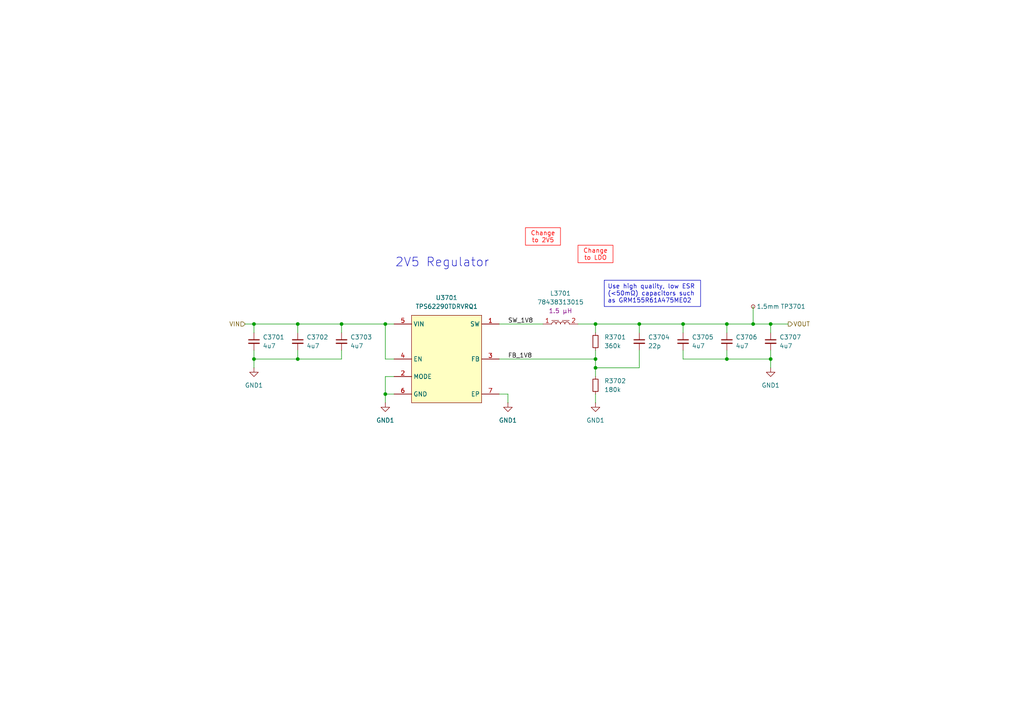
<source format=kicad_sch>
(kicad_sch
	(version 20250114)
	(generator "eeschema")
	(generator_version "9.0")
	(uuid "f18fc87d-cbc7-4ed0-9079-b77cd4454c05")
	(paper "A4")
	(lib_symbols
		(symbol "Connector:TestPoint_Small"
			(pin_numbers
				(hide yes)
			)
			(pin_names
				(offset 0.762)
				(hide yes)
			)
			(exclude_from_sim no)
			(in_bom yes)
			(on_board yes)
			(property "Reference" "TP"
				(at 0 3.81 0)
				(effects
					(font
						(size 1.27 1.27)
					)
				)
			)
			(property "Value" "TestPoint_Small"
				(at 0 2.032 0)
				(effects
					(font
						(size 1.27 1.27)
					)
				)
			)
			(property "Footprint" ""
				(at 5.08 0 0)
				(effects
					(font
						(size 1.27 1.27)
					)
					(hide yes)
				)
			)
			(property "Datasheet" "~"
				(at 5.08 0 0)
				(effects
					(font
						(size 1.27 1.27)
					)
					(hide yes)
				)
			)
			(property "Description" "test point"
				(at 0 0 0)
				(effects
					(font
						(size 1.27 1.27)
					)
					(hide yes)
				)
			)
			(property "ki_keywords" "test point tp"
				(at 0 0 0)
				(effects
					(font
						(size 1.27 1.27)
					)
					(hide yes)
				)
			)
			(property "ki_fp_filters" "Pin* Test*"
				(at 0 0 0)
				(effects
					(font
						(size 1.27 1.27)
					)
					(hide yes)
				)
			)
			(symbol "TestPoint_Small_0_1"
				(circle
					(center 0 0)
					(radius 0.508)
					(stroke
						(width 0)
						(type default)
					)
					(fill
						(type none)
					)
				)
			)
			(symbol "TestPoint_Small_1_1"
				(pin passive line
					(at 0 0 90)
					(length 0)
					(name "1"
						(effects
							(font
								(size 1.27 1.27)
							)
						)
					)
					(number "1"
						(effects
							(font
								(size 1.27 1.27)
							)
						)
					)
				)
			)
			(embedded_fonts no)
		)
		(symbol "Device:C_Small"
			(pin_numbers
				(hide yes)
			)
			(pin_names
				(offset 0.254)
				(hide yes)
			)
			(exclude_from_sim no)
			(in_bom yes)
			(on_board yes)
			(property "Reference" "C"
				(at 0.254 1.778 0)
				(effects
					(font
						(size 1.27 1.27)
					)
					(justify left)
				)
			)
			(property "Value" "C_Small"
				(at 0.254 -2.032 0)
				(effects
					(font
						(size 1.27 1.27)
					)
					(justify left)
				)
			)
			(property "Footprint" ""
				(at 0 0 0)
				(effects
					(font
						(size 1.27 1.27)
					)
					(hide yes)
				)
			)
			(property "Datasheet" "~"
				(at 0 0 0)
				(effects
					(font
						(size 1.27 1.27)
					)
					(hide yes)
				)
			)
			(property "Description" "Unpolarized capacitor, small symbol"
				(at 0 0 0)
				(effects
					(font
						(size 1.27 1.27)
					)
					(hide yes)
				)
			)
			(property "ki_keywords" "capacitor cap"
				(at 0 0 0)
				(effects
					(font
						(size 1.27 1.27)
					)
					(hide yes)
				)
			)
			(property "ki_fp_filters" "C_*"
				(at 0 0 0)
				(effects
					(font
						(size 1.27 1.27)
					)
					(hide yes)
				)
			)
			(symbol "C_Small_0_1"
				(polyline
					(pts
						(xy -1.524 0.508) (xy 1.524 0.508)
					)
					(stroke
						(width 0.3048)
						(type default)
					)
					(fill
						(type none)
					)
				)
				(polyline
					(pts
						(xy -1.524 -0.508) (xy 1.524 -0.508)
					)
					(stroke
						(width 0.3302)
						(type default)
					)
					(fill
						(type none)
					)
				)
			)
			(symbol "C_Small_1_1"
				(pin passive line
					(at 0 2.54 270)
					(length 2.032)
					(name "~"
						(effects
							(font
								(size 1.27 1.27)
							)
						)
					)
					(number "1"
						(effects
							(font
								(size 1.27 1.27)
							)
						)
					)
				)
				(pin passive line
					(at 0 -2.54 90)
					(length 2.032)
					(name "~"
						(effects
							(font
								(size 1.27 1.27)
							)
						)
					)
					(number "2"
						(effects
							(font
								(size 1.27 1.27)
							)
						)
					)
				)
			)
			(embedded_fonts no)
		)
		(symbol "Device:R_Small"
			(pin_numbers
				(hide yes)
			)
			(pin_names
				(offset 0.254)
				(hide yes)
			)
			(exclude_from_sim no)
			(in_bom yes)
			(on_board yes)
			(property "Reference" "R"
				(at 0 0 90)
				(effects
					(font
						(size 1.016 1.016)
					)
				)
			)
			(property "Value" "R_Small"
				(at 1.778 0 90)
				(effects
					(font
						(size 1.27 1.27)
					)
				)
			)
			(property "Footprint" ""
				(at 0 0 0)
				(effects
					(font
						(size 1.27 1.27)
					)
					(hide yes)
				)
			)
			(property "Datasheet" "~"
				(at 0 0 0)
				(effects
					(font
						(size 1.27 1.27)
					)
					(hide yes)
				)
			)
			(property "Description" "Resistor, small symbol"
				(at 0 0 0)
				(effects
					(font
						(size 1.27 1.27)
					)
					(hide yes)
				)
			)
			(property "ki_keywords" "R resistor"
				(at 0 0 0)
				(effects
					(font
						(size 1.27 1.27)
					)
					(hide yes)
				)
			)
			(property "ki_fp_filters" "R_*"
				(at 0 0 0)
				(effects
					(font
						(size 1.27 1.27)
					)
					(hide yes)
				)
			)
			(symbol "R_Small_0_1"
				(rectangle
					(start -0.762 1.778)
					(end 0.762 -1.778)
					(stroke
						(width 0.2032)
						(type default)
					)
					(fill
						(type none)
					)
				)
			)
			(symbol "R_Small_1_1"
				(pin passive line
					(at 0 2.54 270)
					(length 0.762)
					(name "~"
						(effects
							(font
								(size 1.27 1.27)
							)
						)
					)
					(number "1"
						(effects
							(font
								(size 1.27 1.27)
							)
						)
					)
				)
				(pin passive line
					(at 0 -2.54 90)
					(length 0.762)
					(name "~"
						(effects
							(font
								(size 1.27 1.27)
							)
						)
					)
					(number "2"
						(effects
							(font
								(size 1.27 1.27)
							)
						)
					)
				)
			)
			(embedded_fonts no)
		)
		(symbol "PWR-IND:1610_78438313015"
			(pin_names
				(hide yes)
			)
			(exclude_from_sim no)
			(in_bom yes)
			(on_board yes)
			(property "Reference" "L"
				(at 0 8.89 0)
				(effects
					(font
						(size 1.27 1.27)
					)
				)
			)
			(property "Value" "78438313015"
				(at 0 6.35 0)
				(effects
					(font
						(size 1.27 1.27)
					)
				)
			)
			(property "Footprint" "project_footprints:L_Wurth_WE-MAIA-1610"
				(at 12.7 20.32 0)
				(effects
					(font
						(size 1.27 1.27)
					)
					(justify left)
					(hide yes)
				)
			)
			(property "Datasheet" "https://www.we-online.com/catalog/datasheet/78438313015.pdf?ki"
				(at 12.7 17.78 0)
				(effects
					(font
						(size 1.27 1.27)
					)
					(justify left)
					(hide yes)
				)
			)
			(property "Description" "Single Coil Power Inductor"
				(at 0 0 0)
				(effects
					(font
						(size 1.27 1.27)
					)
					(hide yes)
				)
			)
			(property "Manufacturer" "Wurth Elektronik"
				(at 12.7 15.24 0)
				(effects
					(font
						(size 1.27 1.27)
					)
					(justify left)
					(hide yes)
				)
			)
			(property "Manufacturer URL" "https://www.we-online.com"
				(at 12.7 12.7 0)
				(effects
					(font
						(size 1.27 1.27)
					)
					(justify left)
					(hide yes)
				)
			)
			(property "Published Date" "20250429"
				(at 12.7 10.16 0)
				(effects
					(font
						(size 1.27 1.27)
					)
					(justify left)
					(hide yes)
				)
			)
			(property "Match Code" "WE-MAIA"
				(at 12.7 7.62 0)
				(effects
					(font
						(size 1.27 1.27)
					)
					(justify left)
					(hide yes)
				)
			)
			(property "Part Number" "78438313015"
				(at 12.7 5.08 0)
				(effects
					(font
						(size 1.27 1.27)
					)
					(justify left)
					(hide yes)
				)
			)
			(property "Size" "1610"
				(at 12.7 2.54 0)
				(effects
					(font
						(size 1.27 1.27)
					)
					(justify left)
					(hide yes)
				)
			)
			(property "Mounting Technology" "SMT"
				(at 12.7 0 0)
				(effects
					(font
						(size 1.27 1.27)
					)
					(justify left)
					(hide yes)
				)
			)
			(property "L (µH)" "1.5"
				(at 12.7 -2.54 0)
				(effects
					(font
						(size 1.27 1.27)
					)
					(justify left)
					(hide yes)
				)
			)
			(property "ISAT,10% (A)" "1.8"
				(at 12.7 -5.08 0)
				(effects
					(font
						(size 1.27 1.27)
					)
					(justify left)
					(hide yes)
				)
			)
			(property "ISAT,30% (A)" "3.45"
				(at 12.7 -7.62 0)
				(effects
					(font
						(size 1.27 1.27)
					)
					(justify left)
					(hide yes)
				)
			)
			(property "RDC max. (mΩ)" "237.0"
				(at 12.7 -10.16 0)
				(effects
					(font
						(size 1.27 1.27)
					)
					(justify left)
					(hide yes)
				)
			)
			(property "fres (MHz)" "90.0"
				(at 12.7 -12.7 0)
				(effects
					(font
						(size 1.27 1.27)
					)
					(justify left)
					(hide yes)
				)
			)
			(property "IRP,40K (A)" "1.8"
				(at 12.7 -15.24 0)
				(effects
					(font
						(size 1.27 1.27)
					)
					(justify left)
					(hide yes)
				)
			)
			(property "Critical Parameter" "1.5 µH"
				(at 0 3.81 0)
				(effects
					(font
						(size 1.27 1.27)
					)
				)
			)
			(property "ki_keywords" "SMT"
				(at 0 0 0)
				(effects
					(font
						(size 1.27 1.27)
					)
					(hide yes)
				)
			)
			(property "ki_fp_filters" "*WE-MAIA*1610*"
				(at 0 0 0)
				(effects
					(font
						(size 1.27 1.27)
					)
					(hide yes)
				)
			)
			(symbol "1610_78438313015_0_1"
				(polyline
					(pts
						(xy -2.54 1.016) (xy -0.508 1.016)
					)
					(stroke
						(width 0)
						(type default)
					)
					(fill
						(type none)
					)
				)
				(arc
					(start -2.54 0)
					(mid -1.905 0.6323)
					(end -1.27 0)
					(stroke
						(width 0)
						(type default)
					)
					(fill
						(type none)
					)
				)
				(arc
					(start -1.27 0)
					(mid -0.635 0.6323)
					(end 0 0)
					(stroke
						(width 0)
						(type default)
					)
					(fill
						(type none)
					)
				)
				(arc
					(start 0 0)
					(mid 0.635 0.6323)
					(end 1.27 0)
					(stroke
						(width 0)
						(type default)
					)
					(fill
						(type none)
					)
				)
				(arc
					(start 1.27 0)
					(mid 1.905 0.6323)
					(end 2.54 0)
					(stroke
						(width 0)
						(type default)
					)
					(fill
						(type none)
					)
				)
			)
			(symbol "1610_78438313015_1_1"
				(polyline
					(pts
						(xy 2.54 1.016) (xy 0.508 1.016)
					)
					(stroke
						(width 0)
						(type default)
					)
					(fill
						(type none)
					)
				)
				(pin power_in line
					(at -5.08 0 0)
					(length 2.54)
					(name "1"
						(effects
							(font
								(size 1.27 1.27)
							)
						)
					)
					(number "1"
						(effects
							(font
								(size 1.27 1.27)
							)
						)
					)
				)
				(pin power_out line
					(at 5.08 0 180)
					(length 2.54)
					(name "2"
						(effects
							(font
								(size 1.27 1.27)
							)
						)
					)
					(number "2"
						(effects
							(font
								(size 1.27 1.27)
							)
						)
					)
				)
			)
			(embedded_fonts no)
		)
		(symbol "PWR-SMPS:TPS62290TDRVRQ1"
			(exclude_from_sim no)
			(in_bom yes)
			(on_board yes)
			(property "Reference" "U"
				(at 0 5.08 0)
				(effects
					(font
						(size 1.27 1.27)
					)
				)
			)
			(property "Value" "TPS62290TDRVRQ1"
				(at 0 2.54 0)
				(effects
					(font
						(size 1.27 1.27)
					)
				)
			)
			(property "Footprint" "project_footprints:SON65P200X200X80-7N"
				(at 26.67 -94.92 0)
				(effects
					(font
						(size 1.27 1.27)
					)
					(justify left top)
					(hide yes)
				)
			)
			(property "Datasheet" "http://www.ti.com/lit/gpn/tps62290-q1"
				(at 26.67 -194.92 0)
				(effects
					(font
						(size 1.27 1.27)
					)
					(justify left top)
					(hide yes)
				)
			)
			(property "Description" "Automotive 2.3V to 6V, 2.25MHz Fixed Frequency 1A Buck Converter in 2x2mm SON/TSOT23 Package"
				(at 0 -27.94 0)
				(effects
					(font
						(size 1.27 1.27)
					)
					(hide yes)
				)
			)
			(property "Height" "0.8"
				(at 26.67 -394.92 0)
				(effects
					(font
						(size 1.27 1.27)
					)
					(justify left top)
					(hide yes)
				)
			)
			(property "Mouser Part Number" "595-TPS62290TDRVRQ1"
				(at 26.67 -494.92 0)
				(effects
					(font
						(size 1.27 1.27)
					)
					(justify left top)
					(hide yes)
				)
			)
			(property "Mouser Price/Stock" "https://www.mouser.co.uk/ProductDetail/Texas-Instruments/TPS62290TDRVRQ1?qs=NiBvnJE4bX0YWtuMnJowVQ%3D%3D"
				(at 26.67 -594.92 0)
				(effects
					(font
						(size 1.27 1.27)
					)
					(justify left top)
					(hide yes)
				)
			)
			(property "Manufacturer_Name" "Texas Instruments"
				(at 26.67 -694.92 0)
				(effects
					(font
						(size 1.27 1.27)
					)
					(justify left top)
					(hide yes)
				)
			)
			(property "Manufacturer_Part_Number" "TPS62290TDRVRQ1"
				(at 26.67 -794.92 0)
				(effects
					(font
						(size 1.27 1.27)
					)
					(justify left top)
					(hide yes)
				)
			)
			(symbol "TPS62290TDRVRQ1_1_1"
				(rectangle
					(start -10.16 0)
					(end 10.16 -25.4)
					(stroke
						(width 0)
						(type solid)
					)
					(fill
						(type background)
					)
				)
				(pin power_in line
					(at -15.24 -2.54 0)
					(length 5.08)
					(name "VIN"
						(effects
							(font
								(size 1.27 1.27)
							)
						)
					)
					(number "5"
						(effects
							(font
								(size 1.27 1.27)
							)
						)
					)
				)
				(pin input line
					(at -15.24 -12.7 0)
					(length 5.08)
					(name "EN"
						(effects
							(font
								(size 1.27 1.27)
							)
						)
					)
					(number "4"
						(effects
							(font
								(size 1.27 1.27)
							)
						)
					)
				)
				(pin input line
					(at -15.24 -17.78 0)
					(length 5.08)
					(name "MODE"
						(effects
							(font
								(size 1.27 1.27)
							)
						)
					)
					(number "2"
						(effects
							(font
								(size 1.27 1.27)
							)
						)
					)
				)
				(pin power_in line
					(at -15.24 -22.86 0)
					(length 5.08)
					(name "GND"
						(effects
							(font
								(size 1.27 1.27)
							)
						)
					)
					(number "6"
						(effects
							(font
								(size 1.27 1.27)
							)
						)
					)
				)
				(pin power_out line
					(at 15.24 -2.54 180)
					(length 5.08)
					(name "SW"
						(effects
							(font
								(size 1.27 1.27)
							)
						)
					)
					(number "1"
						(effects
							(font
								(size 1.27 1.27)
							)
						)
					)
				)
				(pin input line
					(at 15.24 -12.7 180)
					(length 5.08)
					(name "FB"
						(effects
							(font
								(size 1.27 1.27)
							)
						)
					)
					(number "3"
						(effects
							(font
								(size 1.27 1.27)
							)
						)
					)
				)
				(pin power_in line
					(at 15.24 -22.86 180)
					(length 5.08)
					(name "EP"
						(effects
							(font
								(size 1.27 1.27)
							)
						)
					)
					(number "7"
						(effects
							(font
								(size 1.27 1.27)
							)
						)
					)
				)
			)
			(embedded_fonts no)
		)
		(symbol "power:GND1"
			(power)
			(pin_numbers
				(hide yes)
			)
			(pin_names
				(offset 0)
				(hide yes)
			)
			(exclude_from_sim no)
			(in_bom yes)
			(on_board yes)
			(property "Reference" "#PWR"
				(at 0 -6.35 0)
				(effects
					(font
						(size 1.27 1.27)
					)
					(hide yes)
				)
			)
			(property "Value" "GND1"
				(at 0 -3.81 0)
				(effects
					(font
						(size 1.27 1.27)
					)
				)
			)
			(property "Footprint" ""
				(at 0 0 0)
				(effects
					(font
						(size 1.27 1.27)
					)
					(hide yes)
				)
			)
			(property "Datasheet" ""
				(at 0 0 0)
				(effects
					(font
						(size 1.27 1.27)
					)
					(hide yes)
				)
			)
			(property "Description" "Power symbol creates a global label with name \"GND1\" , ground"
				(at 0 0 0)
				(effects
					(font
						(size 1.27 1.27)
					)
					(hide yes)
				)
			)
			(property "ki_keywords" "global power"
				(at 0 0 0)
				(effects
					(font
						(size 1.27 1.27)
					)
					(hide yes)
				)
			)
			(symbol "GND1_0_1"
				(polyline
					(pts
						(xy 0 0) (xy 0 -1.27) (xy 1.27 -1.27) (xy 0 -2.54) (xy -1.27 -1.27) (xy 0 -1.27)
					)
					(stroke
						(width 0)
						(type default)
					)
					(fill
						(type none)
					)
				)
			)
			(symbol "GND1_1_1"
				(pin power_in line
					(at 0 0 270)
					(length 0)
					(name "~"
						(effects
							(font
								(size 1.27 1.27)
							)
						)
					)
					(number "1"
						(effects
							(font
								(size 1.27 1.27)
							)
						)
					)
				)
			)
			(embedded_fonts no)
		)
	)
	(text "2V5 Regulator"
		(exclude_from_sim no)
		(at 128.27 76.2 0)
		(effects
			(font
				(size 2.54 2.54)
			)
		)
		(uuid "b8edf2f3-b95e-4d04-9bd9-8b7b418ce1c4")
	)
	(text_box "Use high quality, low ESR (<50mΩ) capacitors such as GRM155R61A475ME02"
		(exclude_from_sim no)
		(at 175.26 81.28 0)
		(size 27.94 7.62)
		(margins 0.9525 0.9525 0.9525 0.9525)
		(stroke
			(width 0)
			(type solid)
		)
		(fill
			(type none)
		)
		(effects
			(font
				(size 1.27 1.27)
			)
			(justify left top)
		)
		(uuid "712a4c3b-f300-468d-b0b9-68e7b247105f")
	)
	(text_box "Change to LDO"
		(exclude_from_sim no)
		(at 167.64 71.12 0)
		(size 10.16 5.08)
		(margins 0.9525 0.9525 0.9525 0.9525)
		(stroke
			(width 0)
			(type solid)
			(color 255 0 0 1)
		)
		(fill
			(type none)
		)
		(effects
			(font
				(size 1.27 1.27)
				(color 255 0 0 1)
			)
		)
		(uuid "898a9adf-13aa-4fd0-ab3a-74278621bdf4")
	)
	(text_box "Change to 2V5"
		(exclude_from_sim no)
		(at 152.4 66.04 0)
		(size 10.16 5.08)
		(margins 0.9525 0.9525 0.9525 0.9525)
		(stroke
			(width 0)
			(type solid)
			(color 255 0 0 1)
		)
		(fill
			(type none)
		)
		(effects
			(font
				(size 1.27 1.27)
				(color 255 0 0 1)
			)
		)
		(uuid "d8cd7367-d4a0-416e-b0bb-335db04f74c8")
	)
	(junction
		(at 73.66 93.98)
		(diameter 0)
		(color 0 0 0 0)
		(uuid "0be8febe-f5fa-432f-a886-8cefed8e845c")
	)
	(junction
		(at 210.82 104.14)
		(diameter 0)
		(color 0 0 0 0)
		(uuid "0e0c6424-6ef3-49f6-9bb2-64e0231bcebb")
	)
	(junction
		(at 223.52 104.14)
		(diameter 0)
		(color 0 0 0 0)
		(uuid "2750f1da-0152-426d-8d90-96d0a79216c9")
	)
	(junction
		(at 73.66 104.14)
		(diameter 0)
		(color 0 0 0 0)
		(uuid "2ccc71f9-5fc1-41e0-9e60-74a6b79b7fee")
	)
	(junction
		(at 210.82 93.98)
		(diameter 0)
		(color 0 0 0 0)
		(uuid "2d2477fe-632e-4237-b539-6f9dc16d57f1")
	)
	(junction
		(at 86.36 93.98)
		(diameter 0)
		(color 0 0 0 0)
		(uuid "5a360660-f38d-4a2f-b70f-7e782e1a992a")
	)
	(junction
		(at 99.06 93.98)
		(diameter 0)
		(color 0 0 0 0)
		(uuid "8d5bcb8c-64d0-49e6-90a2-5b65008b1058")
	)
	(junction
		(at 111.76 114.3)
		(diameter 0)
		(color 0 0 0 0)
		(uuid "8ea5b736-f234-4c4d-b3b7-094ddf539fc7")
	)
	(junction
		(at 172.72 106.68)
		(diameter 0)
		(color 0 0 0 0)
		(uuid "9799376c-ceca-49d9-bf21-acaa9f5c0904")
	)
	(junction
		(at 185.42 93.98)
		(diameter 0)
		(color 0 0 0 0)
		(uuid "99e00743-a68f-49fe-8ac1-35c625b4cc72")
	)
	(junction
		(at 86.36 104.14)
		(diameter 0)
		(color 0 0 0 0)
		(uuid "a3062817-8b89-480a-b394-105fe4dad8ec")
	)
	(junction
		(at 223.52 93.98)
		(diameter 0)
		(color 0 0 0 0)
		(uuid "ac5c54bd-4032-4c44-8152-f0c84820c0b2")
	)
	(junction
		(at 172.72 104.14)
		(diameter 0)
		(color 0 0 0 0)
		(uuid "bd62c93a-571a-4f39-a6fe-cd788c76ac17")
	)
	(junction
		(at 172.72 93.98)
		(diameter 0)
		(color 0 0 0 0)
		(uuid "c1be94e5-67bf-44df-ae10-b54e9e78dded")
	)
	(junction
		(at 218.44 93.98)
		(diameter 0)
		(color 0 0 0 0)
		(uuid "cbe1692b-b0b9-4900-8418-bef5754dba02")
	)
	(junction
		(at 198.12 93.98)
		(diameter 0)
		(color 0 0 0 0)
		(uuid "d1cf54ce-5055-422f-b86c-9109af7f3826")
	)
	(junction
		(at 111.76 93.98)
		(diameter 0)
		(color 0 0 0 0)
		(uuid "e5ebf9fd-568c-418e-b91f-0c2e0a202fbb")
	)
	(wire
		(pts
			(xy 223.52 106.68) (xy 223.52 104.14)
		)
		(stroke
			(width 0)
			(type default)
		)
		(uuid "0e25f9fe-a2c5-4165-b895-03aee81a5870")
	)
	(wire
		(pts
			(xy 223.52 93.98) (xy 228.6 93.98)
		)
		(stroke
			(width 0)
			(type default)
		)
		(uuid "1e9a1ff2-1d63-4e1f-a680-80916a4f2d6a")
	)
	(wire
		(pts
			(xy 73.66 104.14) (xy 86.36 104.14)
		)
		(stroke
			(width 0)
			(type default)
		)
		(uuid "22a0e9d5-3a7e-415d-9e5e-f9f4c715526a")
	)
	(wire
		(pts
			(xy 223.52 104.14) (xy 210.82 104.14)
		)
		(stroke
			(width 0)
			(type default)
		)
		(uuid "28e1a803-3ee7-480b-85ef-9fc5b3692261")
	)
	(wire
		(pts
			(xy 172.72 104.14) (xy 172.72 106.68)
		)
		(stroke
			(width 0)
			(type default)
		)
		(uuid "2ba1a08f-649d-41a6-9fb6-52a76071bdc0")
	)
	(wire
		(pts
			(xy 86.36 104.14) (xy 99.06 104.14)
		)
		(stroke
			(width 0)
			(type default)
		)
		(uuid "2e9bc438-1306-4c10-8f4d-ba0706b87453")
	)
	(wire
		(pts
			(xy 111.76 93.98) (xy 111.76 104.14)
		)
		(stroke
			(width 0)
			(type default)
		)
		(uuid "319b0700-432e-4ce3-afbb-42a0d292a078")
	)
	(wire
		(pts
			(xy 167.64 93.98) (xy 172.72 93.98)
		)
		(stroke
			(width 0)
			(type default)
		)
		(uuid "32aa3aca-236a-470b-bf63-77b8db6d206a")
	)
	(wire
		(pts
			(xy 86.36 101.6) (xy 86.36 104.14)
		)
		(stroke
			(width 0)
			(type default)
		)
		(uuid "34f7557c-a5b5-4543-9af8-1b507d3d9234")
	)
	(wire
		(pts
			(xy 185.42 101.6) (xy 185.42 106.68)
		)
		(stroke
			(width 0)
			(type default)
		)
		(uuid "351ebe07-c6a0-420d-b8cb-6915cbe7cb0a")
	)
	(wire
		(pts
			(xy 99.06 93.98) (xy 111.76 93.98)
		)
		(stroke
			(width 0)
			(type default)
		)
		(uuid "370c605e-4a39-4123-a70f-3f851d3b1e60")
	)
	(wire
		(pts
			(xy 99.06 93.98) (xy 99.06 96.52)
		)
		(stroke
			(width 0)
			(type default)
		)
		(uuid "53de6c97-4b3d-4c9a-9379-f134d3b48072")
	)
	(wire
		(pts
			(xy 210.82 101.6) (xy 210.82 104.14)
		)
		(stroke
			(width 0)
			(type default)
		)
		(uuid "61ff99e6-b51c-4630-91d5-d16e8e03ef84")
	)
	(wire
		(pts
			(xy 111.76 109.22) (xy 111.76 114.3)
		)
		(stroke
			(width 0)
			(type default)
		)
		(uuid "6afe6933-33b9-430d-8170-3f5e01821c7f")
	)
	(wire
		(pts
			(xy 111.76 114.3) (xy 111.76 116.84)
		)
		(stroke
			(width 0)
			(type default)
		)
		(uuid "6d2f12a8-b99f-47e9-b078-6bf35c0278db")
	)
	(wire
		(pts
			(xy 73.66 93.98) (xy 86.36 93.98)
		)
		(stroke
			(width 0)
			(type default)
		)
		(uuid "7420922e-7c01-43ea-b06f-cf2491f06482")
	)
	(wire
		(pts
			(xy 71.12 93.98) (xy 73.66 93.98)
		)
		(stroke
			(width 0)
			(type default)
		)
		(uuid "76ce7078-009c-4b30-8d49-80cf968effda")
	)
	(wire
		(pts
			(xy 147.32 114.3) (xy 144.78 114.3)
		)
		(stroke
			(width 0)
			(type default)
		)
		(uuid "7a7d97e3-28eb-4728-b34e-190bdeb2ecea")
	)
	(wire
		(pts
			(xy 223.52 101.6) (xy 223.52 104.14)
		)
		(stroke
			(width 0)
			(type default)
		)
		(uuid "7d2b9529-d2b4-420a-bac3-53398cf57bb6")
	)
	(wire
		(pts
			(xy 73.66 106.68) (xy 73.66 104.14)
		)
		(stroke
			(width 0)
			(type default)
		)
		(uuid "7fd37005-984f-4f25-a373-b581e02919d4")
	)
	(wire
		(pts
			(xy 210.82 93.98) (xy 218.44 93.98)
		)
		(stroke
			(width 0)
			(type default)
		)
		(uuid "846a6b03-30cd-48ab-b2bf-2dd1d3a34c4f")
	)
	(wire
		(pts
			(xy 218.44 93.98) (xy 223.52 93.98)
		)
		(stroke
			(width 0)
			(type default)
		)
		(uuid "8a218113-f98f-4905-9cdb-c42abefa77c8")
	)
	(wire
		(pts
			(xy 172.72 101.6) (xy 172.72 104.14)
		)
		(stroke
			(width 0)
			(type default)
		)
		(uuid "8af39327-f0c4-4599-abdb-9a51254cfced")
	)
	(wire
		(pts
			(xy 185.42 93.98) (xy 198.12 93.98)
		)
		(stroke
			(width 0)
			(type default)
		)
		(uuid "8b6fc182-500f-4b9f-aa6d-7a5f5d8e4686")
	)
	(wire
		(pts
			(xy 114.3 104.14) (xy 111.76 104.14)
		)
		(stroke
			(width 0)
			(type default)
		)
		(uuid "94debe69-e39c-4909-b9ed-d2b8be949a8b")
	)
	(wire
		(pts
			(xy 218.44 88.9) (xy 218.44 93.98)
		)
		(stroke
			(width 0)
			(type default)
		)
		(uuid "97d321cf-dc72-41fe-89b6-04d754d4dfb8")
	)
	(wire
		(pts
			(xy 172.72 114.3) (xy 172.72 116.84)
		)
		(stroke
			(width 0)
			(type default)
		)
		(uuid "98e29408-4a96-40b3-be7f-e1690bfedb34")
	)
	(wire
		(pts
			(xy 111.76 93.98) (xy 114.3 93.98)
		)
		(stroke
			(width 0)
			(type default)
		)
		(uuid "9b430eb3-172a-4e7c-bd80-1ee735a990e1")
	)
	(wire
		(pts
			(xy 114.3 114.3) (xy 111.76 114.3)
		)
		(stroke
			(width 0)
			(type default)
		)
		(uuid "9d4c64e7-d930-4204-91b4-0dcb322fa592")
	)
	(wire
		(pts
			(xy 86.36 93.98) (xy 86.36 96.52)
		)
		(stroke
			(width 0)
			(type default)
		)
		(uuid "9d91430b-f891-49e6-bebb-13fb4a50e4e5")
	)
	(wire
		(pts
			(xy 185.42 93.98) (xy 185.42 96.52)
		)
		(stroke
			(width 0)
			(type default)
		)
		(uuid "a408769e-2cd7-47e4-a986-d893e8cb257e")
	)
	(wire
		(pts
			(xy 198.12 101.6) (xy 198.12 104.14)
		)
		(stroke
			(width 0)
			(type default)
		)
		(uuid "ab4d0885-e878-48e5-974e-ebed50d3a759")
	)
	(wire
		(pts
			(xy 99.06 101.6) (xy 99.06 104.14)
		)
		(stroke
			(width 0)
			(type default)
		)
		(uuid "b58bf121-7ba6-486e-8d2f-346dd2ee0b32")
	)
	(wire
		(pts
			(xy 223.52 93.98) (xy 223.52 96.52)
		)
		(stroke
			(width 0)
			(type default)
		)
		(uuid "b59d02cb-ab2d-41fb-820d-9606b3713b55")
	)
	(wire
		(pts
			(xy 210.82 93.98) (xy 210.82 96.52)
		)
		(stroke
			(width 0)
			(type default)
		)
		(uuid "bb80763f-9ffd-471a-9b6d-d3956bba5ce1")
	)
	(wire
		(pts
			(xy 185.42 106.68) (xy 172.72 106.68)
		)
		(stroke
			(width 0)
			(type default)
		)
		(uuid "bde7aa93-efa2-495a-bec9-d429df637fc1")
	)
	(wire
		(pts
			(xy 172.72 93.98) (xy 185.42 93.98)
		)
		(stroke
			(width 0)
			(type default)
		)
		(uuid "c1738ac6-feb7-4bad-9065-4c208f99763d")
	)
	(wire
		(pts
			(xy 86.36 93.98) (xy 99.06 93.98)
		)
		(stroke
			(width 0)
			(type default)
		)
		(uuid "c5760d1b-946f-4e70-9b34-3301cbadb098")
	)
	(wire
		(pts
			(xy 144.78 93.98) (xy 157.48 93.98)
		)
		(stroke
			(width 0)
			(type default)
		)
		(uuid "cb38fa0c-4f56-49b6-9d20-aaf17982e0e6")
	)
	(wire
		(pts
			(xy 198.12 93.98) (xy 210.82 93.98)
		)
		(stroke
			(width 0)
			(type default)
		)
		(uuid "cff57485-b789-4491-89a1-f7147b500f97")
	)
	(wire
		(pts
			(xy 114.3 109.22) (xy 111.76 109.22)
		)
		(stroke
			(width 0)
			(type default)
		)
		(uuid "d30c9596-af92-4855-b01e-8a732f368e02")
	)
	(wire
		(pts
			(xy 198.12 93.98) (xy 198.12 96.52)
		)
		(stroke
			(width 0)
			(type default)
		)
		(uuid "dc477446-2538-4e76-811a-3ab8564022ee")
	)
	(wire
		(pts
			(xy 144.78 104.14) (xy 172.72 104.14)
		)
		(stroke
			(width 0)
			(type default)
		)
		(uuid "ddddaa45-899c-487f-9da1-e9f4ae147de4")
	)
	(wire
		(pts
			(xy 73.66 101.6) (xy 73.66 104.14)
		)
		(stroke
			(width 0)
			(type default)
		)
		(uuid "de7a6538-5366-4792-bfc6-3cb256f78b9d")
	)
	(wire
		(pts
			(xy 172.72 106.68) (xy 172.72 109.22)
		)
		(stroke
			(width 0)
			(type default)
		)
		(uuid "eb5ad6a7-bd84-4063-9681-85d01300b85e")
	)
	(wire
		(pts
			(xy 73.66 93.98) (xy 73.66 96.52)
		)
		(stroke
			(width 0)
			(type default)
		)
		(uuid "f281387c-5464-4a6e-b433-5db7497095fa")
	)
	(wire
		(pts
			(xy 172.72 93.98) (xy 172.72 96.52)
		)
		(stroke
			(width 0)
			(type default)
		)
		(uuid "f7b3b3c9-0dfb-4d8a-9d5e-fb8570df0165")
	)
	(wire
		(pts
			(xy 147.32 116.84) (xy 147.32 114.3)
		)
		(stroke
			(width 0)
			(type default)
		)
		(uuid "fbd3a44a-df84-4352-85e4-467d3cca45e3")
	)
	(wire
		(pts
			(xy 198.12 104.14) (xy 210.82 104.14)
		)
		(stroke
			(width 0)
			(type default)
		)
		(uuid "ffc83a28-c371-4e4a-ab3c-59f74563bda9")
	)
	(label "SW_1V8"
		(at 147.32 93.98 0)
		(effects
			(font
				(size 1.27 1.27)
			)
			(justify left bottom)
		)
		(uuid "000705d2-d2d8-4974-9a30-a090b9ddfcaf")
	)
	(label "FB_1V8"
		(at 147.32 104.14 0)
		(effects
			(font
				(size 1.27 1.27)
			)
			(justify left bottom)
		)
		(uuid "abf50c5d-1b7a-4c14-bc0c-5c360d91bb4a")
	)
	(hierarchical_label "VOUT"
		(shape output)
		(at 228.6 93.98 0)
		(effects
			(font
				(size 1.27 1.27)
			)
			(justify left)
		)
		(uuid "d6e014bd-4522-4ca1-bb9a-8795c414ac80")
	)
	(hierarchical_label "VIN"
		(shape input)
		(at 71.12 93.98 180)
		(effects
			(font
				(size 1.27 1.27)
			)
			(justify right)
		)
		(uuid "ee6b577e-0802-47a6-bba5-14ac2b355903")
	)
	(symbol
		(lib_id "power:GND1")
		(at 73.66 106.68 0)
		(mirror y)
		(unit 1)
		(exclude_from_sim no)
		(in_bom yes)
		(on_board yes)
		(dnp no)
		(fields_autoplaced yes)
		(uuid "199713fe-c3dc-49c4-90be-30ec758b31c5")
		(property "Reference" "#PWR03701"
			(at 73.66 113.03 0)
			(effects
				(font
					(size 1.27 1.27)
				)
				(hide yes)
			)
		)
		(property "Value" "GND1"
			(at 73.66 111.76 0)
			(effects
				(font
					(size 1.27 1.27)
				)
			)
		)
		(property "Footprint" ""
			(at 73.66 106.68 0)
			(effects
				(font
					(size 1.27 1.27)
				)
				(hide yes)
			)
		)
		(property "Datasheet" ""
			(at 73.66 106.68 0)
			(effects
				(font
					(size 1.27 1.27)
				)
				(hide yes)
			)
		)
		(property "Description" "Power symbol creates a global label with name \"GND1\" , ground"
			(at 73.66 106.68 0)
			(effects
				(font
					(size 1.27 1.27)
				)
				(hide yes)
			)
		)
		(pin "1"
			(uuid "28072c69-8644-4ec2-b2cb-af8578f774c0")
		)
		(instances
			(project "switch_main_v5"
				(path "/a5e57332-4284-4d3c-ab3c-13bc0ddb29b6/b1ff42f5-7cae-489e-9f8e-588cc93f3151/d017dddd-15df-4565-b589-89c8c78bc85c/9430147e-67d1-4fa5-a888-19b664a1bd8a"
					(reference "#PWR03701")
					(unit 1)
				)
			)
		)
	)
	(symbol
		(lib_id "Device:C_Small")
		(at 73.66 99.06 0)
		(unit 1)
		(exclude_from_sim no)
		(in_bom yes)
		(on_board yes)
		(dnp no)
		(uuid "262791a0-c34e-4492-a233-e513f0ced724")
		(property "Reference" "C3701"
			(at 76.2 97.7962 0)
			(effects
				(font
					(size 1.27 1.27)
				)
				(justify left)
			)
		)
		(property "Value" "4u7"
			(at 76.2 100.3362 0)
			(effects
				(font
					(size 1.27 1.27)
				)
				(justify left)
			)
		)
		(property "Footprint" "Capacitor_SMD:C_0402_1005Metric"
			(at 73.66 99.06 0)
			(effects
				(font
					(size 1.27 1.27)
				)
				(hide yes)
			)
		)
		(property "Datasheet" "~"
			(at 73.66 99.06 0)
			(effects
				(font
					(size 1.27 1.27)
				)
				(hide yes)
			)
		)
		(property "Description" "Unpolarized capacitor, small symbol"
			(at 73.66 99.06 0)
			(effects
				(font
					(size 1.27 1.27)
				)
				(hide yes)
			)
		)
		(pin "1"
			(uuid "d9ab49a9-6894-4305-81b8-84927c19d31d")
		)
		(pin "2"
			(uuid "83f1f8f1-52b6-4e6b-9f51-b34c249571b6")
		)
		(instances
			(project "switch_main_v5"
				(path "/a5e57332-4284-4d3c-ab3c-13bc0ddb29b6/b1ff42f5-7cae-489e-9f8e-588cc93f3151/d017dddd-15df-4565-b589-89c8c78bc85c/9430147e-67d1-4fa5-a888-19b664a1bd8a"
					(reference "C3701")
					(unit 1)
				)
			)
		)
	)
	(symbol
		(lib_id "PWR-IND:1610_78438313015")
		(at 162.56 93.98 0)
		(unit 1)
		(exclude_from_sim no)
		(in_bom yes)
		(on_board yes)
		(dnp no)
		(fields_autoplaced yes)
		(uuid "2bb8f317-ac21-4739-ab9a-87ac90158aa4")
		(property "Reference" "L3701"
			(at 162.56 85.09 0)
			(effects
				(font
					(size 1.27 1.27)
				)
			)
		)
		(property "Value" "78438313015"
			(at 162.56 87.63 0)
			(effects
				(font
					(size 1.27 1.27)
				)
			)
		)
		(property "Footprint" "project_footprints:L_Wurth_WE-MAIA-1610"
			(at 175.26 73.66 0)
			(effects
				(font
					(size 1.27 1.27)
				)
				(justify left)
				(hide yes)
			)
		)
		(property "Datasheet" "https://www.we-online.com/catalog/datasheet/78438313015.pdf?ki"
			(at 175.26 76.2 0)
			(effects
				(font
					(size 1.27 1.27)
				)
				(justify left)
				(hide yes)
			)
		)
		(property "Description" "Single Coil Power Inductor"
			(at 162.56 93.98 0)
			(effects
				(font
					(size 1.27 1.27)
				)
				(hide yes)
			)
		)
		(property "Manufacturer" "Wurth Elektronik"
			(at 175.26 78.74 0)
			(effects
				(font
					(size 1.27 1.27)
				)
				(justify left)
				(hide yes)
			)
		)
		(property "Manufacturer URL" "https://www.we-online.com"
			(at 175.26 81.28 0)
			(effects
				(font
					(size 1.27 1.27)
				)
				(justify left)
				(hide yes)
			)
		)
		(property "Published Date" "20250429"
			(at 175.26 83.82 0)
			(effects
				(font
					(size 1.27 1.27)
				)
				(justify left)
				(hide yes)
			)
		)
		(property "Match Code" "WE-MAIA"
			(at 175.26 86.36 0)
			(effects
				(font
					(size 1.27 1.27)
				)
				(justify left)
				(hide yes)
			)
		)
		(property "Part Number" "78438313015"
			(at 175.26 88.9 0)
			(effects
				(font
					(size 1.27 1.27)
				)
				(justify left)
				(hide yes)
			)
		)
		(property "Size" "1610"
			(at 175.26 91.44 0)
			(effects
				(font
					(size 1.27 1.27)
				)
				(justify left)
				(hide yes)
			)
		)
		(property "Mounting Technology" "SMT"
			(at 175.26 93.98 0)
			(effects
				(font
					(size 1.27 1.27)
				)
				(justify left)
				(hide yes)
			)
		)
		(property "L (µH)" "1.5"
			(at 175.26 96.52 0)
			(effects
				(font
					(size 1.27 1.27)
				)
				(justify left)
				(hide yes)
			)
		)
		(property "ISAT,10% (A)" "1.8"
			(at 175.26 99.06 0)
			(effects
				(font
					(size 1.27 1.27)
				)
				(justify left)
				(hide yes)
			)
		)
		(property "ISAT,30% (A)" "3.45"
			(at 175.26 101.6 0)
			(effects
				(font
					(size 1.27 1.27)
				)
				(justify left)
				(hide yes)
			)
		)
		(property "RDC max. (mΩ)" "237.0"
			(at 175.26 104.14 0)
			(effects
				(font
					(size 1.27 1.27)
				)
				(justify left)
				(hide yes)
			)
		)
		(property "fres (MHz)" "90.0"
			(at 175.26 106.68 0)
			(effects
				(font
					(size 1.27 1.27)
				)
				(justify left)
				(hide yes)
			)
		)
		(property "IRP,40K (A)" "1.8"
			(at 175.26 109.22 0)
			(effects
				(font
					(size 1.27 1.27)
				)
				(justify left)
				(hide yes)
			)
		)
		(property "Critical Parameter" "1.5 µH"
			(at 162.56 90.17 0)
			(effects
				(font
					(size 1.27 1.27)
				)
			)
		)
		(pin "2"
			(uuid "c5a37e78-fb25-4194-a05a-78d667f14cdc")
		)
		(pin "1"
			(uuid "6ff8c07e-c7b1-465e-9103-652fa4d2caa7")
		)
		(instances
			(project "switch_main_v5"
				(path "/a5e57332-4284-4d3c-ab3c-13bc0ddb29b6/b1ff42f5-7cae-489e-9f8e-588cc93f3151/d017dddd-15df-4565-b589-89c8c78bc85c/9430147e-67d1-4fa5-a888-19b664a1bd8a"
					(reference "L3701")
					(unit 1)
				)
			)
		)
	)
	(symbol
		(lib_id "Device:C_Small")
		(at 210.82 99.06 0)
		(unit 1)
		(exclude_from_sim no)
		(in_bom yes)
		(on_board yes)
		(dnp no)
		(fields_autoplaced yes)
		(uuid "33da5e6a-8ec7-4b82-a15b-8b7d5fe1a4fe")
		(property "Reference" "C3706"
			(at 213.36 97.7962 0)
			(effects
				(font
					(size 1.27 1.27)
				)
				(justify left)
			)
		)
		(property "Value" "4u7"
			(at 213.36 100.3362 0)
			(effects
				(font
					(size 1.27 1.27)
				)
				(justify left)
			)
		)
		(property "Footprint" "Capacitor_SMD:C_0402_1005Metric"
			(at 210.82 99.06 0)
			(effects
				(font
					(size 1.27 1.27)
				)
				(hide yes)
			)
		)
		(property "Datasheet" "~"
			(at 210.82 99.06 0)
			(effects
				(font
					(size 1.27 1.27)
				)
				(hide yes)
			)
		)
		(property "Description" "Unpolarized capacitor, small symbol"
			(at 210.82 99.06 0)
			(effects
				(font
					(size 1.27 1.27)
				)
				(hide yes)
			)
		)
		(pin "1"
			(uuid "ce626737-0dfe-470a-97ef-30b035af43b1")
		)
		(pin "2"
			(uuid "d494b731-4177-48e3-950b-57a759760bee")
		)
		(instances
			(project "switch_main_v5"
				(path "/a5e57332-4284-4d3c-ab3c-13bc0ddb29b6/b1ff42f5-7cae-489e-9f8e-588cc93f3151/d017dddd-15df-4565-b589-89c8c78bc85c/9430147e-67d1-4fa5-a888-19b664a1bd8a"
					(reference "C3706")
					(unit 1)
				)
			)
		)
	)
	(symbol
		(lib_id "Device:R_Small")
		(at 172.72 99.06 0)
		(unit 1)
		(exclude_from_sim no)
		(in_bom yes)
		(on_board yes)
		(dnp no)
		(fields_autoplaced yes)
		(uuid "56063986-af17-4d2f-9be8-fc960fe71228")
		(property "Reference" "R3701"
			(at 175.26 97.7899 0)
			(effects
				(font
					(size 1.27 1.27)
				)
				(justify left)
			)
		)
		(property "Value" "360k"
			(at 175.26 100.3299 0)
			(effects
				(font
					(size 1.27 1.27)
				)
				(justify left)
			)
		)
		(property "Footprint" "Resistor_SMD:R_0402_1005Metric"
			(at 172.72 99.06 0)
			(effects
				(font
					(size 1.27 1.27)
				)
				(hide yes)
			)
		)
		(property "Datasheet" "~"
			(at 172.72 99.06 0)
			(effects
				(font
					(size 1.27 1.27)
				)
				(hide yes)
			)
		)
		(property "Description" "Resistor, small symbol"
			(at 172.72 99.06 0)
			(effects
				(font
					(size 1.27 1.27)
				)
				(hide yes)
			)
		)
		(pin "2"
			(uuid "0d423e84-ce95-4449-af97-f182ee7298b5")
		)
		(pin "1"
			(uuid "e03f238f-af23-42e8-9877-95ab695447ae")
		)
		(instances
			(project "switch_main_v5"
				(path "/a5e57332-4284-4d3c-ab3c-13bc0ddb29b6/b1ff42f5-7cae-489e-9f8e-588cc93f3151/d017dddd-15df-4565-b589-89c8c78bc85c/9430147e-67d1-4fa5-a888-19b664a1bd8a"
					(reference "R3701")
					(unit 1)
				)
			)
		)
	)
	(symbol
		(lib_id "power:GND1")
		(at 172.72 116.84 0)
		(unit 1)
		(exclude_from_sim no)
		(in_bom yes)
		(on_board yes)
		(dnp no)
		(fields_autoplaced yes)
		(uuid "6c5f547d-9a71-4adb-a94f-c44955f0e064")
		(property "Reference" "#PWR03704"
			(at 172.72 123.19 0)
			(effects
				(font
					(size 1.27 1.27)
				)
				(hide yes)
			)
		)
		(property "Value" "GND1"
			(at 172.72 121.92 0)
			(effects
				(font
					(size 1.27 1.27)
				)
			)
		)
		(property "Footprint" ""
			(at 172.72 116.84 0)
			(effects
				(font
					(size 1.27 1.27)
				)
				(hide yes)
			)
		)
		(property "Datasheet" ""
			(at 172.72 116.84 0)
			(effects
				(font
					(size 1.27 1.27)
				)
				(hide yes)
			)
		)
		(property "Description" "Power symbol creates a global label with name \"GND1\" , ground"
			(at 172.72 116.84 0)
			(effects
				(font
					(size 1.27 1.27)
				)
				(hide yes)
			)
		)
		(pin "1"
			(uuid "ef9b95db-849b-45e0-ac56-d69256002013")
		)
		(instances
			(project "switch_main_v5"
				(path "/a5e57332-4284-4d3c-ab3c-13bc0ddb29b6/b1ff42f5-7cae-489e-9f8e-588cc93f3151/d017dddd-15df-4565-b589-89c8c78bc85c/9430147e-67d1-4fa5-a888-19b664a1bd8a"
					(reference "#PWR03704")
					(unit 1)
				)
			)
		)
	)
	(symbol
		(lib_id "Device:C_Small")
		(at 198.12 99.06 0)
		(unit 1)
		(exclude_from_sim no)
		(in_bom yes)
		(on_board yes)
		(dnp no)
		(fields_autoplaced yes)
		(uuid "7a79074e-c134-4310-8c63-d7f9dd9ac12b")
		(property "Reference" "C3705"
			(at 200.66 97.7962 0)
			(effects
				(font
					(size 1.27 1.27)
				)
				(justify left)
			)
		)
		(property "Value" "4u7"
			(at 200.66 100.3362 0)
			(effects
				(font
					(size 1.27 1.27)
				)
				(justify left)
			)
		)
		(property "Footprint" "Capacitor_SMD:C_0402_1005Metric"
			(at 198.12 99.06 0)
			(effects
				(font
					(size 1.27 1.27)
				)
				(hide yes)
			)
		)
		(property "Datasheet" "~"
			(at 198.12 99.06 0)
			(effects
				(font
					(size 1.27 1.27)
				)
				(hide yes)
			)
		)
		(property "Description" "Unpolarized capacitor, small symbol"
			(at 198.12 99.06 0)
			(effects
				(font
					(size 1.27 1.27)
				)
				(hide yes)
			)
		)
		(pin "1"
			(uuid "77abd09a-fa7d-4a29-9e98-054aab686ac3")
		)
		(pin "2"
			(uuid "279f4564-8337-4d8f-9b94-bec145d9955d")
		)
		(instances
			(project "switch_main_v5"
				(path "/a5e57332-4284-4d3c-ab3c-13bc0ddb29b6/b1ff42f5-7cae-489e-9f8e-588cc93f3151/d017dddd-15df-4565-b589-89c8c78bc85c/9430147e-67d1-4fa5-a888-19b664a1bd8a"
					(reference "C3705")
					(unit 1)
				)
			)
		)
	)
	(symbol
		(lib_id "Device:C_Small")
		(at 86.36 99.06 0)
		(unit 1)
		(exclude_from_sim no)
		(in_bom yes)
		(on_board yes)
		(dnp no)
		(uuid "7f4fc037-6360-4943-ab33-795e7c4d5552")
		(property "Reference" "C3702"
			(at 88.9 97.7962 0)
			(effects
				(font
					(size 1.27 1.27)
				)
				(justify left)
			)
		)
		(property "Value" "4u7"
			(at 88.9 100.3362 0)
			(effects
				(font
					(size 1.27 1.27)
				)
				(justify left)
			)
		)
		(property "Footprint" "Capacitor_SMD:C_0402_1005Metric"
			(at 86.36 99.06 0)
			(effects
				(font
					(size 1.27 1.27)
				)
				(hide yes)
			)
		)
		(property "Datasheet" "~"
			(at 86.36 99.06 0)
			(effects
				(font
					(size 1.27 1.27)
				)
				(hide yes)
			)
		)
		(property "Description" "Unpolarized capacitor, small symbol"
			(at 86.36 99.06 0)
			(effects
				(font
					(size 1.27 1.27)
				)
				(hide yes)
			)
		)
		(pin "1"
			(uuid "81c86198-cb52-4d16-b298-c2096d3d2784")
		)
		(pin "2"
			(uuid "4183e6e6-d99b-4f84-b49c-ff7faa8a4192")
		)
		(instances
			(project "switch_main_v5"
				(path "/a5e57332-4284-4d3c-ab3c-13bc0ddb29b6/b1ff42f5-7cae-489e-9f8e-588cc93f3151/d017dddd-15df-4565-b589-89c8c78bc85c/9430147e-67d1-4fa5-a888-19b664a1bd8a"
					(reference "C3702")
					(unit 1)
				)
			)
		)
	)
	(symbol
		(lib_id "power:GND1")
		(at 111.76 116.84 0)
		(unit 1)
		(exclude_from_sim no)
		(in_bom yes)
		(on_board yes)
		(dnp no)
		(fields_autoplaced yes)
		(uuid "81bc1fc7-d551-4392-a4e4-8e01864808cf")
		(property "Reference" "#PWR03702"
			(at 111.76 123.19 0)
			(effects
				(font
					(size 1.27 1.27)
				)
				(hide yes)
			)
		)
		(property "Value" "GND1"
			(at 111.76 121.92 0)
			(effects
				(font
					(size 1.27 1.27)
				)
			)
		)
		(property "Footprint" ""
			(at 111.76 116.84 0)
			(effects
				(font
					(size 1.27 1.27)
				)
				(hide yes)
			)
		)
		(property "Datasheet" ""
			(at 111.76 116.84 0)
			(effects
				(font
					(size 1.27 1.27)
				)
				(hide yes)
			)
		)
		(property "Description" "Power symbol creates a global label with name \"GND1\" , ground"
			(at 111.76 116.84 0)
			(effects
				(font
					(size 1.27 1.27)
				)
				(hide yes)
			)
		)
		(pin "1"
			(uuid "875072c7-daa7-43ae-91eb-ebdfebdd8a7e")
		)
		(instances
			(project "switch_main_v5"
				(path "/a5e57332-4284-4d3c-ab3c-13bc0ddb29b6/b1ff42f5-7cae-489e-9f8e-588cc93f3151/d017dddd-15df-4565-b589-89c8c78bc85c/9430147e-67d1-4fa5-a888-19b664a1bd8a"
					(reference "#PWR03702")
					(unit 1)
				)
			)
		)
	)
	(symbol
		(lib_id "Device:C_Small")
		(at 185.42 99.06 0)
		(unit 1)
		(exclude_from_sim no)
		(in_bom yes)
		(on_board yes)
		(dnp no)
		(uuid "84591d19-b189-4d9a-a00b-7ef11f0da430")
		(property "Reference" "C3704"
			(at 187.96 97.7962 0)
			(effects
				(font
					(size 1.27 1.27)
				)
				(justify left)
			)
		)
		(property "Value" "22p"
			(at 187.96 100.3362 0)
			(effects
				(font
					(size 1.27 1.27)
				)
				(justify left)
			)
		)
		(property "Footprint" "Capacitor_SMD:C_0402_1005Metric"
			(at 185.42 99.06 0)
			(effects
				(font
					(size 1.27 1.27)
				)
				(hide yes)
			)
		)
		(property "Datasheet" "~"
			(at 185.42 99.06 0)
			(effects
				(font
					(size 1.27 1.27)
				)
				(hide yes)
			)
		)
		(property "Description" "Unpolarized capacitor, small symbol"
			(at 185.42 99.06 0)
			(effects
				(font
					(size 1.27 1.27)
				)
				(hide yes)
			)
		)
		(pin "1"
			(uuid "c8ffc032-6756-4bdc-a628-fa5229dba8dc")
		)
		(pin "2"
			(uuid "c99133dc-bc64-456c-9bad-7f30c7fc3645")
		)
		(instances
			(project "switch_main_v5"
				(path "/a5e57332-4284-4d3c-ab3c-13bc0ddb29b6/b1ff42f5-7cae-489e-9f8e-588cc93f3151/d017dddd-15df-4565-b589-89c8c78bc85c/9430147e-67d1-4fa5-a888-19b664a1bd8a"
					(reference "C3704")
					(unit 1)
				)
			)
		)
	)
	(symbol
		(lib_id "Connector:TestPoint_Small")
		(at 218.44 88.9 0)
		(unit 1)
		(exclude_from_sim no)
		(in_bom no)
		(on_board yes)
		(dnp no)
		(uuid "89fb63b1-f6ba-4d03-9096-801c9ebd0e4e")
		(property "Reference" "TP3701"
			(at 233.68 88.9 0)
			(effects
				(font
					(size 1.27 1.27)
				)
				(justify right)
			)
		)
		(property "Value" "1.5mm"
			(at 226.06 88.9 0)
			(effects
				(font
					(size 1.27 1.27)
				)
				(justify right)
			)
		)
		(property "Footprint" "TestPoint:TestPoint_Pad_D1.5mm"
			(at 223.52 88.9 0)
			(effects
				(font
					(size 1.27 1.27)
				)
				(hide yes)
			)
		)
		(property "Datasheet" "~"
			(at 223.52 88.9 0)
			(effects
				(font
					(size 1.27 1.27)
				)
				(hide yes)
			)
		)
		(property "Description" "test point"
			(at 218.44 88.9 0)
			(effects
				(font
					(size 1.27 1.27)
				)
				(hide yes)
			)
		)
		(pin "1"
			(uuid "e58d8b37-7c1c-4862-8411-2948e1246eaf")
		)
		(instances
			(project "switch_main_v5"
				(path "/a5e57332-4284-4d3c-ab3c-13bc0ddb29b6/b1ff42f5-7cae-489e-9f8e-588cc93f3151/d017dddd-15df-4565-b589-89c8c78bc85c/9430147e-67d1-4fa5-a888-19b664a1bd8a"
					(reference "TP3701")
					(unit 1)
				)
			)
		)
	)
	(symbol
		(lib_id "power:GND1")
		(at 147.32 116.84 0)
		(unit 1)
		(exclude_from_sim no)
		(in_bom yes)
		(on_board yes)
		(dnp no)
		(fields_autoplaced yes)
		(uuid "90117611-fe0e-4ba7-bdb5-5de2c6d7f26c")
		(property "Reference" "#PWR03703"
			(at 147.32 123.19 0)
			(effects
				(font
					(size 1.27 1.27)
				)
				(hide yes)
			)
		)
		(property "Value" "GND1"
			(at 147.32 121.92 0)
			(effects
				(font
					(size 1.27 1.27)
				)
			)
		)
		(property "Footprint" ""
			(at 147.32 116.84 0)
			(effects
				(font
					(size 1.27 1.27)
				)
				(hide yes)
			)
		)
		(property "Datasheet" ""
			(at 147.32 116.84 0)
			(effects
				(font
					(size 1.27 1.27)
				)
				(hide yes)
			)
		)
		(property "Description" "Power symbol creates a global label with name \"GND1\" , ground"
			(at 147.32 116.84 0)
			(effects
				(font
					(size 1.27 1.27)
				)
				(hide yes)
			)
		)
		(pin "1"
			(uuid "89a2277b-9b94-49b0-9b05-a00f836ca244")
		)
		(instances
			(project "switch_main_v5"
				(path "/a5e57332-4284-4d3c-ab3c-13bc0ddb29b6/b1ff42f5-7cae-489e-9f8e-588cc93f3151/d017dddd-15df-4565-b589-89c8c78bc85c/9430147e-67d1-4fa5-a888-19b664a1bd8a"
					(reference "#PWR03703")
					(unit 1)
				)
			)
		)
	)
	(symbol
		(lib_id "PWR-SMPS:TPS62290TDRVRQ1")
		(at 129.54 91.44 0)
		(unit 1)
		(exclude_from_sim no)
		(in_bom yes)
		(on_board yes)
		(dnp no)
		(fields_autoplaced yes)
		(uuid "96cd018f-dbda-48e6-a41e-cede1748bb8f")
		(property "Reference" "U3701"
			(at 129.54 86.36 0)
			(effects
				(font
					(size 1.27 1.27)
				)
			)
		)
		(property "Value" "TPS62290TDRVRQ1"
			(at 129.54 88.9 0)
			(effects
				(font
					(size 1.27 1.27)
				)
			)
		)
		(property "Footprint" "project_footprints:SON65P200X200X80-7N"
			(at 156.21 186.36 0)
			(effects
				(font
					(size 1.27 1.27)
				)
				(justify left top)
				(hide yes)
			)
		)
		(property "Datasheet" "http://www.ti.com/lit/gpn/tps62290-q1"
			(at 156.21 286.36 0)
			(effects
				(font
					(size 1.27 1.27)
				)
				(justify left top)
				(hide yes)
			)
		)
		(property "Description" "Automotive 2.3V to 6V, 2.25MHz Fixed Frequency 1A Buck Converter in 2x2mm SON/TSOT23 Package"
			(at 129.54 119.38 0)
			(effects
				(font
					(size 1.27 1.27)
				)
				(hide yes)
			)
		)
		(property "Height" "0.8"
			(at 156.21 486.36 0)
			(effects
				(font
					(size 1.27 1.27)
				)
				(justify left top)
				(hide yes)
			)
		)
		(property "Mouser Part Number" "595-TPS62290TDRVRQ1"
			(at 156.21 586.36 0)
			(effects
				(font
					(size 1.27 1.27)
				)
				(justify left top)
				(hide yes)
			)
		)
		(property "Mouser Price/Stock" "https://www.mouser.co.uk/ProductDetail/Texas-Instruments/TPS62290TDRVRQ1?qs=NiBvnJE4bX0YWtuMnJowVQ%3D%3D"
			(at 156.21 686.36 0)
			(effects
				(font
					(size 1.27 1.27)
				)
				(justify left top)
				(hide yes)
			)
		)
		(property "Manufacturer_Name" "Texas Instruments"
			(at 156.21 786.36 0)
			(effects
				(font
					(size 1.27 1.27)
				)
				(justify left top)
				(hide yes)
			)
		)
		(property "Manufacturer_Part_Number" "TPS62290TDRVRQ1"
			(at 156.21 886.36 0)
			(effects
				(font
					(size 1.27 1.27)
				)
				(justify left top)
				(hide yes)
			)
		)
		(pin "1"
			(uuid "dacb0047-ef3b-4e48-a800-c69561898799")
		)
		(pin "4"
			(uuid "e86b5abc-16fc-4985-891e-8e60f2006902")
		)
		(pin "3"
			(uuid "dab45a3c-48f7-41f2-9179-ed194b7ffcfa")
		)
		(pin "5"
			(uuid "21d08dcf-218a-4534-8adc-c664b3177f1c")
		)
		(pin "6"
			(uuid "e8df3611-2eab-4f7e-b673-2929106cbdb7")
		)
		(pin "7"
			(uuid "9700064a-72d9-4129-98ad-35f18876f04b")
		)
		(pin "2"
			(uuid "aafccd2c-e65c-4956-9cbb-444891c1281c")
		)
		(instances
			(project "switch_main_v5"
				(path "/a5e57332-4284-4d3c-ab3c-13bc0ddb29b6/b1ff42f5-7cae-489e-9f8e-588cc93f3151/d017dddd-15df-4565-b589-89c8c78bc85c/9430147e-67d1-4fa5-a888-19b664a1bd8a"
					(reference "U3701")
					(unit 1)
				)
			)
		)
	)
	(symbol
		(lib_id "Device:R_Small")
		(at 172.72 111.76 0)
		(unit 1)
		(exclude_from_sim no)
		(in_bom yes)
		(on_board yes)
		(dnp no)
		(fields_autoplaced yes)
		(uuid "a2fe0e63-9324-4dbf-8159-b79b27ad69db")
		(property "Reference" "R3702"
			(at 175.26 110.4899 0)
			(effects
				(font
					(size 1.27 1.27)
				)
				(justify left)
			)
		)
		(property "Value" "180k"
			(at 175.26 113.0299 0)
			(effects
				(font
					(size 1.27 1.27)
				)
				(justify left)
			)
		)
		(property "Footprint" "Resistor_SMD:R_0402_1005Metric"
			(at 172.72 111.76 0)
			(effects
				(font
					(size 1.27 1.27)
				)
				(hide yes)
			)
		)
		(property "Datasheet" "~"
			(at 172.72 111.76 0)
			(effects
				(font
					(size 1.27 1.27)
				)
				(hide yes)
			)
		)
		(property "Description" "Resistor, small symbol"
			(at 172.72 111.76 0)
			(effects
				(font
					(size 1.27 1.27)
				)
				(hide yes)
			)
		)
		(pin "2"
			(uuid "dff8e712-3f73-432c-85a4-d345205c8291")
		)
		(pin "1"
			(uuid "5cafd6db-4a0f-4494-b3eb-c556ecc8fb76")
		)
		(instances
			(project "switch_main_v5"
				(path "/a5e57332-4284-4d3c-ab3c-13bc0ddb29b6/b1ff42f5-7cae-489e-9f8e-588cc93f3151/d017dddd-15df-4565-b589-89c8c78bc85c/9430147e-67d1-4fa5-a888-19b664a1bd8a"
					(reference "R3702")
					(unit 1)
				)
			)
		)
	)
	(symbol
		(lib_id "Device:C_Small")
		(at 223.52 99.06 0)
		(unit 1)
		(exclude_from_sim no)
		(in_bom yes)
		(on_board yes)
		(dnp no)
		(fields_autoplaced yes)
		(uuid "b47c0a05-7316-442d-a8f2-41a0e871e797")
		(property "Reference" "C3707"
			(at 226.06 97.7962 0)
			(effects
				(font
					(size 1.27 1.27)
				)
				(justify left)
			)
		)
		(property "Value" "4u7"
			(at 226.06 100.3362 0)
			(effects
				(font
					(size 1.27 1.27)
				)
				(justify left)
			)
		)
		(property "Footprint" "Capacitor_SMD:C_0402_1005Metric"
			(at 223.52 99.06 0)
			(effects
				(font
					(size 1.27 1.27)
				)
				(hide yes)
			)
		)
		(property "Datasheet" "~"
			(at 223.52 99.06 0)
			(effects
				(font
					(size 1.27 1.27)
				)
				(hide yes)
			)
		)
		(property "Description" "Unpolarized capacitor, small symbol"
			(at 223.52 99.06 0)
			(effects
				(font
					(size 1.27 1.27)
				)
				(hide yes)
			)
		)
		(pin "1"
			(uuid "b0ff2be5-1a5b-437f-859e-dc5bc9bf4628")
		)
		(pin "2"
			(uuid "e03a6743-bf61-4b98-ada9-ce23ea209934")
		)
		(instances
			(project "switch_main_v5"
				(path "/a5e57332-4284-4d3c-ab3c-13bc0ddb29b6/b1ff42f5-7cae-489e-9f8e-588cc93f3151/d017dddd-15df-4565-b589-89c8c78bc85c/9430147e-67d1-4fa5-a888-19b664a1bd8a"
					(reference "C3707")
					(unit 1)
				)
			)
		)
	)
	(symbol
		(lib_id "Device:C_Small")
		(at 99.06 99.06 0)
		(unit 1)
		(exclude_from_sim no)
		(in_bom yes)
		(on_board yes)
		(dnp no)
		(uuid "cc083502-6217-496b-8950-710103792afc")
		(property "Reference" "C3703"
			(at 101.6 97.7962 0)
			(effects
				(font
					(size 1.27 1.27)
				)
				(justify left)
			)
		)
		(property "Value" "4u7"
			(at 101.6 100.3362 0)
			(effects
				(font
					(size 1.27 1.27)
				)
				(justify left)
			)
		)
		(property "Footprint" "Capacitor_SMD:C_0402_1005Metric"
			(at 99.06 99.06 0)
			(effects
				(font
					(size 1.27 1.27)
				)
				(hide yes)
			)
		)
		(property "Datasheet" "~"
			(at 99.06 99.06 0)
			(effects
				(font
					(size 1.27 1.27)
				)
				(hide yes)
			)
		)
		(property "Description" "Unpolarized capacitor, small symbol"
			(at 99.06 99.06 0)
			(effects
				(font
					(size 1.27 1.27)
				)
				(hide yes)
			)
		)
		(pin "1"
			(uuid "83731593-7acd-440f-9345-188d884ecebd")
		)
		(pin "2"
			(uuid "29e206e5-65bb-4cf5-a522-12a137f09395")
		)
		(instances
			(project "switch_main_v5"
				(path "/a5e57332-4284-4d3c-ab3c-13bc0ddb29b6/b1ff42f5-7cae-489e-9f8e-588cc93f3151/d017dddd-15df-4565-b589-89c8c78bc85c/9430147e-67d1-4fa5-a888-19b664a1bd8a"
					(reference "C3703")
					(unit 1)
				)
			)
		)
	)
	(symbol
		(lib_id "power:GND1")
		(at 223.52 106.68 0)
		(unit 1)
		(exclude_from_sim no)
		(in_bom yes)
		(on_board yes)
		(dnp no)
		(fields_autoplaced yes)
		(uuid "f652ca83-bd72-4f86-bcd3-a7219e201a68")
		(property "Reference" "#PWR03705"
			(at 223.52 113.03 0)
			(effects
				(font
					(size 1.27 1.27)
				)
				(hide yes)
			)
		)
		(property "Value" "GND1"
			(at 223.52 111.76 0)
			(effects
				(font
					(size 1.27 1.27)
				)
			)
		)
		(property "Footprint" ""
			(at 223.52 106.68 0)
			(effects
				(font
					(size 1.27 1.27)
				)
				(hide yes)
			)
		)
		(property "Datasheet" ""
			(at 223.52 106.68 0)
			(effects
				(font
					(size 1.27 1.27)
				)
				(hide yes)
			)
		)
		(property "Description" "Power symbol creates a global label with name \"GND1\" , ground"
			(at 223.52 106.68 0)
			(effects
				(font
					(size 1.27 1.27)
				)
				(hide yes)
			)
		)
		(pin "1"
			(uuid "3759a374-ff6b-4c74-bec0-4fe35be7a079")
		)
		(instances
			(project "switch_main_v5"
				(path "/a5e57332-4284-4d3c-ab3c-13bc0ddb29b6/b1ff42f5-7cae-489e-9f8e-588cc93f3151/d017dddd-15df-4565-b589-89c8c78bc85c/9430147e-67d1-4fa5-a888-19b664a1bd8a"
					(reference "#PWR03705")
					(unit 1)
				)
			)
		)
	)
)

</source>
